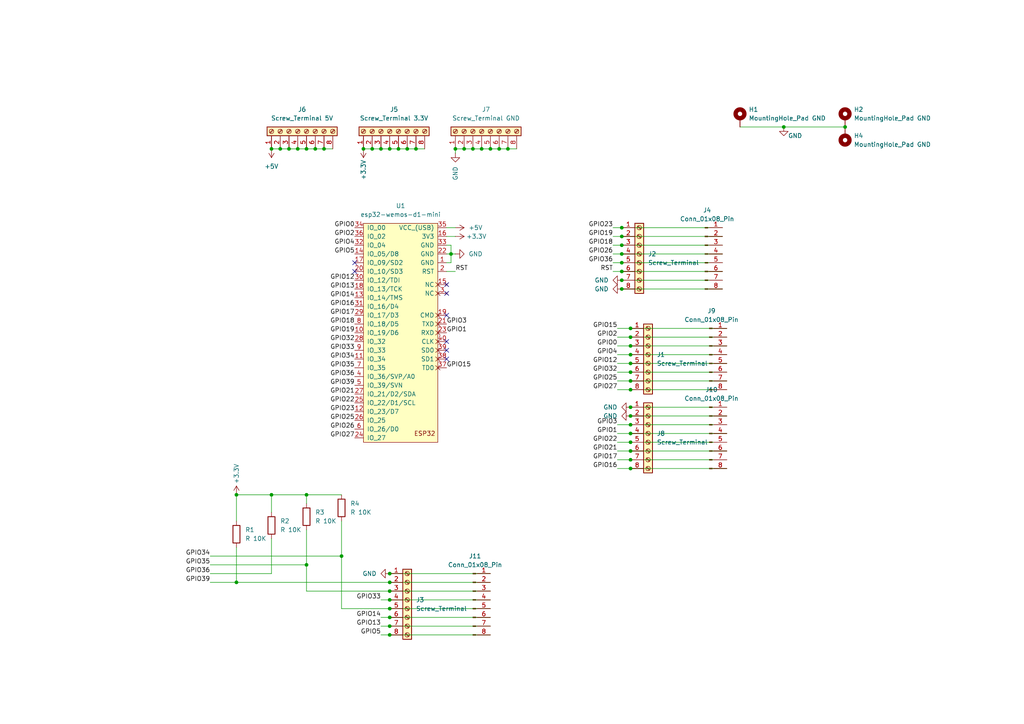
<source format=kicad_sch>
(kicad_sch (version 20250114) (generator "eeschema") (generator_version "9.0")
  (paper "A4")
  (title_block (title "ESP32-Breakout") (date "2025-11-14") (rev "V2") (company "Teknikens Hus"))
  (lib_symbols
    (symbol "Connector:Conn_01x08_Pin" (pin_names (offset 1.016) (hide yes))
      (property "Reference" "J" (at 0 10.16 0))
      (property "Value" "Conn_01x08_Pin" (at 0 -12.7 0))
      (symbol "Conn_01x08_Pin_1_1"
        (rectangle (start 0.8636 7.747) (end 0 7.493) (stroke (width 0.1524)) (fill (type outline)))
        (rectangle (start 0.8636 5.207) (end 0 4.953) (stroke (width 0.1524)) (fill (type outline)))
        (rectangle (start 0.8636 2.667) (end 0 2.413) (stroke (width 0.1524)) (fill (type outline)))
        (rectangle (start 0.8636 0.127) (end 0 -0.127) (stroke (width 0.1524)) (fill (type outline)))
        (rectangle (start 0.8636 -2.413) (end 0 -2.667) (stroke (width 0.1524)) (fill (type outline)))
        (rectangle (start 0.8636 -4.953) (end 0 -5.207) (stroke (width 0.1524)) (fill (type outline)))
        (rectangle (start 0.8636 -7.493) (end 0 -7.747) (stroke (width 0.1524)) (fill (type outline)))
        (rectangle (start 0.8636 -10.033) (end 0 -10.287) (stroke (width 0.1524)) (fill (type outline)))
        (polyline (pts (xy 1.27 7.62) (xy 0.8636 7.62)) (stroke (width 0.1524)))
        (polyline (pts (xy 1.27 5.08) (xy 0.8636 5.08)) (stroke (width 0.1524)))
        (polyline (pts (xy 1.27 2.54) (xy 0.8636 2.54)) (stroke (width 0.1524)))
        (polyline (pts (xy 1.27 0) (xy 0.8636 0)) (stroke (width 0.1524)))
        (polyline (pts (xy 1.27 -2.54) (xy 0.8636 -2.54)) (stroke (width 0.1524)))
        (polyline (pts (xy 1.27 -5.08) (xy 0.8636 -5.08)) (stroke (width 0.1524)))
        (polyline (pts (xy 1.27 -7.62) (xy 0.8636 -7.62)) (stroke (width 0.1524)))
        (polyline (pts (xy 1.27 -10.16) (xy 0.8636 -10.16)) (stroke (width 0.1524)))
        (pin passive line (at 5.08 7.62 180) (length 3.81) (name "Pin_1") (number "1"))
        (pin passive line (at 5.08 5.08 180) (length 3.81) (name "Pin_2") (number "2"))
        (pin passive line (at 5.08 2.54 180) (length 3.81) (name "Pin_3") (number "3"))
        (pin passive line (at 5.08 0 180) (length 3.81) (name "Pin_4") (number "4"))
        (pin passive line (at 5.08 -2.54 180) (length 3.81) (name "Pin_5") (number "5"))
        (pin passive line (at 5.08 -5.08 180) (length 3.81) (name "Pin_6") (number "6"))
        (pin passive line (at 5.08 -7.62 180) (length 3.81) (name "Pin_7") (number "7"))
        (pin passive line (at 5.08 -10.16 180) (length 3.81) (name "Pin_8") (number "8"))
      )
    )
    (symbol "Connector:Screw_Terminal_01x08" (pin_names (offset 1.016) (hide yes))
      (property "Reference" "J" (at 0 10.16 0))
      (property "Value" "Screw_Terminal_01x08" (at 0 -12.7 0))
      (symbol "Screw_Terminal_01x08_1_1"
        (rectangle (start -1.27 8.89) (end 1.27 -11.43) (stroke (width 0.254)) (fill (type background)))
        (polyline (pts (xy -0.5334 7.9502) (xy 0.3302 7.112)) (stroke (width 0.1524)))
        (polyline (pts (xy -0.5334 5.4102) (xy 0.3302 4.572)) (stroke (width 0.1524)))
        (polyline (pts (xy -0.5334 2.8702) (xy 0.3302 2.032)) (stroke (width 0.1524)))
        (polyline (pts (xy -0.5334 0.3302) (xy 0.3302 -0.508)) (stroke (width 0.1524)))
        (polyline (pts (xy -0.5334 -2.2098) (xy 0.3302 -3.048)) (stroke (width 0.1524)))
        (polyline (pts (xy -0.5334 -4.7498) (xy 0.3302 -5.588)) (stroke (width 0.1524)))
        (polyline (pts (xy -0.5334 -7.2898) (xy 0.3302 -8.128)) (stroke (width 0.1524)))
        (polyline (pts (xy -0.5334 -9.8298) (xy 0.3302 -10.668)) (stroke (width 0.1524)))
        (polyline (pts (xy -0.3556 8.128) (xy 0.508 7.2898)) (stroke (width 0.1524)))
        (polyline (pts (xy -0.3556 5.588) (xy 0.508 4.7498)) (stroke (width 0.1524)))
        (polyline (pts (xy -0.3556 3.048) (xy 0.508 2.2098)) (stroke (width 0.1524)))
        (polyline (pts (xy -0.3556 0.508) (xy 0.508 -0.3302)) (stroke (width 0.1524)))
        (polyline (pts (xy -0.3556 -2.032) (xy 0.508 -2.8702)) (stroke (width 0.1524)))
        (polyline (pts (xy -0.3556 -4.572) (xy 0.508 -5.4102)) (stroke (width 0.1524)))
        (polyline (pts (xy -0.3556 -7.112) (xy 0.508 -7.9502)) (stroke (width 0.1524)))
        (polyline (pts (xy -0.3556 -9.652) (xy 0.508 -10.4902)) (stroke (width 0.1524)))
        (circle (center 0 7.62) (radius 0.635) (stroke (width 0.1524)))
        (circle (center 0 5.08) (radius 0.635) (stroke (width 0.1524)))
        (circle (center 0 2.54) (radius 0.635) (stroke (width 0.1524)))
        (circle (center 0 0) (radius 0.635) (stroke (width 0.1524)))
        (circle (center 0 -2.54) (radius 0.635) (stroke (width 0.1524)))
        (circle (center 0 -5.08) (radius 0.635) (stroke (width 0.1524)))
        (circle (center 0 -7.62) (radius 0.635) (stroke (width 0.1524)))
        (circle (center 0 -10.16) (radius 0.635) (stroke (width 0.1524)))
        (pin passive line (at -5.08 7.62 0) (length 3.81) (name "Pin_1") (number "1"))
        (pin passive line (at -5.08 5.08 0) (length 3.81) (name "Pin_2") (number "2"))
        (pin passive line (at -5.08 2.54 0) (length 3.81) (name "Pin_3") (number "3"))
        (pin passive line (at -5.08 0 0) (length 3.81) (name "Pin_4") (number "4"))
        (pin passive line (at -5.08 -2.54 0) (length 3.81) (name "Pin_5") (number "5"))
        (pin passive line (at -5.08 -5.08 0) (length 3.81) (name "Pin_6") (number "6"))
        (pin passive line (at -5.08 -7.62 0) (length 3.81) (name "Pin_7") (number "7"))
        (pin passive line (at -5.08 -10.16 0) (length 3.81) (name "Pin_8") (number "8"))
      )
    )
    (symbol "Device:R" (pin_numbers (hide yes)) (pin_names (offset 0))
      (property "Reference" "R" (at 2.032 0 90))
      (property "Value" "R" (at 0 0 90))
      (symbol "R_0_1"
        (rectangle (start -1.016 -2.54) (end 1.016 2.54) (stroke (width 0.254)))
      )
      (symbol "R_1_1"
        (pin passive line (at 0 3.81 270) (length 1.27) (name "~") (number "1"))
        (pin passive line (at 0 -3.81 90) (length 1.27) (name "~") (number "2"))
      )
    )
    (symbol "ESP32 D1-Mini:esp32-wemos-d1-mini" (pin_names (offset 1.016))
      (property "Reference" "U" (at -7.62 -50.8 0))
      (property "Value" "esp32-wemos-d1-mini" (at 5.08 -59.69 0))
      (symbol "esp32-wemos-d1-mini_0_0"
        (text "ESP32" (at 7.62 -62.23 0) (effects (font (size 1.27 1.27))))
        (pin bidirectional line (at -12.7 -45.72 0) (length 2.54) (name "IO_36/SVP/A0") (number "4"))
        (pin bidirectional line (at -12.7 -48.26 0) (length 2.54) (name "IO_39/SVN") (number "5"))
        (pin power_in line (at 13.97 -12.7 180) (length 2.54) (name "GND") (number "1"))
        (pin input line (at 13.97 -15.24 180) (length 2.54) (name "RST") (number "2"))
        (pin no_connect non_logic (at 13.97 -21.59 180) (length 2.54) (name "NC") (number "3"))
      )
      (symbol "esp32-wemos-d1-mini_0_1"
        (rectangle (start -10.16 -1.27) (end 11.43 -64.77) (fill (type background)))
      )
      (symbol "esp32-wemos-d1-mini_1_1"
        (pin bidirectional line (at -12.7 -2.54 0) (length 2.54) (name "IO_00") (number "34"))
        (pin bidirectional line (at -12.7 -5.08 0) (length 2.54) (name "IO_02") (number "36"))
        (pin bidirectional line (at -12.7 -7.62 0) (length 2.54) (name "IO_04") (number "32"))
        (pin bidirectional line (at -12.7 -10.16 0) (length 2.54) (name "IO_05/D8") (number "14"))
        (pin bidirectional line (at -12.7 -12.7 0) (length 2.54) (name "IO_09/SD2") (number "17"))
        (pin bidirectional line (at -12.7 -15.24 0) (length 2.54) (name "IO_10/SD3") (number "20"))
        (pin bidirectional line (at -12.7 -17.78 0) (length 2.54) (name "IO_12/TDI") (number "30"))
        (pin bidirectional line (at -12.7 -20.32 0) (length 2.54) (name "IO_13/TCK") (number "18"))
        (pin bidirectional line (at -12.7 -22.86 0) (length 2.54) (name "IO_14/TMS") (number "13"))
        (pin bidirectional line (at -12.7 -25.4 0) (length 2.54) (name "IO_16/D4") (number "31"))
        (pin bidirectional line (at -12.7 -27.94 0) (length 2.54) (name "IO_17/D3") (number "29"))
        (pin bidirectional line (at -12.7 -30.48 0) (length 2.54) (name "IO_18/D5") (number "8"))
        (pin bidirectional line (at -12.7 -33.02 0) (length 2.54) (name "IO_19/D6") (number "10"))
        (pin bidirectional line (at -12.7 -35.56 0) (length 2.54) (name "IO_32") (number "28"))
        (pin bidirectional line (at -12.7 -38.1 0) (length 2.54) (name "IO_33") (number "9"))
        (pin bidirectional line (at -12.7 -40.64 0) (length 2.54) (name "IO_34") (number "11"))
        (pin bidirectional line (at -12.7 -43.18 0) (length 2.54) (name "IO_35") (number "7"))
        (pin bidirectional line (at -12.7 -50.8 0) (length 2.54) (name "IO_21/D2/SDA") (number "27"))
        (pin bidirectional line (at -12.7 -53.34 0) (length 2.54) (name "IO_22/D1/SCL") (number "25"))
        (pin bidirectional line (at -12.7 -55.88 0) (length 2.54) (name "IO_23/D7") (number "12"))
        (pin bidirectional line (at -12.7 -58.42 0) (length 2.54) (name "IO_25") (number "26"))
        (pin bidirectional line (at -12.7 -60.96 0) (length 2.54) (name "IO_26/D0") (number "6"))
        (pin bidirectional line (at -12.7 -63.5 0) (length 2.54) (name "IO_27") (number "24"))
        (pin power_in line (at 13.97 -2.54 180) (length 2.54) (name "VCC_(USB)") (number "35"))
        (pin power_in line (at 13.97 -5.08 180) (length 2.54) (name "3V3") (number "16"))
        (pin power_in line (at 13.97 -7.62 180) (length 2.54) (name "GND") (number "33"))
        (pin power_in line (at 13.97 -10.16 180) (length 2.54) (name "GND") (number "22"))
        (pin no_connect non_logic (at 13.97 -19.05 180) (length 2.54) (name "NC") (number "15"))
        (pin passive non_logic (at 13.97 -27.94 180) (length 2.54) (name "CMD") (number "19"))
        (pin passive non_logic (at 13.97 -30.48 180) (length 2.54) (name "TXD") (number "21"))
        (pin passive non_logic (at 13.97 -33.02 180) (length 2.54) (name "RXD") (number "23"))
        (pin passive non_logic (at 13.97 -35.56 180) (length 2.54) (name "CLK") (number "40"))
        (pin passive non_logic (at 13.97 -38.1 180) (length 2.54) (name "SD0") (number "39"))
        (pin passive non_logic (at 13.97 -40.64 180) (length 2.54) (name "SD1") (number "38"))
        (pin passive non_logic (at 13.97 -43.18 180) (length 2.54) (name "TD0") (number "37"))
      )
    )
    (symbol "Mechanical:MountingHole_Pad" (pin_numbers (hide yes)) (pin_names (offset 1.016) (hide yes)) (in_bom no)
      (property "Reference" "H" (at 0 6.35 0))
      (property "Value" "MountingHole_Pad" (at 0 4.445 0))
      (symbol "MountingHole_Pad_0_1"
        (circle (center 0 1.27) (radius 1.27) (stroke (width 1.27)))
      )
      (symbol "MountingHole_Pad_1_1"
        (pin input line (at 0 -2.54 90) (length 2.54) (name "1") (number "1"))
      )
    )
    (symbol "power:+3.3V" (power) (pin_numbers (hide yes)) (pin_names (offset 0) (hide yes))
      (property "Value" "+3.3V" (at 0 3.556 0))
      (symbol "+3.3V_0_1"
        (polyline (pts (xy -0.762 1.27) (xy 0 2.54)))
        (polyline (pts (xy 0 2.54) (xy 0.762 1.27)))
        (polyline (pts (xy 0 0) (xy 0 2.54)))
      )
      (symbol "+3.3V_1_1"
        (pin power_in line (at 0 0 90) (length 0) (name "~") (number "1"))
      )
    )
    (symbol "power:+5V" (power) (pin_numbers (hide yes)) (pin_names (offset 0) (hide yes))
      (property "Value" "+5V" (at 0 3.556 0))
      (symbol "+5V_0_1"
        (polyline (pts (xy -0.762 1.27) (xy 0 2.54)))
        (polyline (pts (xy 0 2.54) (xy 0.762 1.27)))
        (polyline (pts (xy 0 0) (xy 0 2.54)))
      )
      (symbol "+5V_1_1"
        (pin power_in line (at 0 0 90) (length 0) (name "~") (number "1"))
      )
    )
    (symbol "power:GND" (power) (pin_numbers (hide yes)) (pin_names (offset 0) (hide yes))
      (property "Value" "GND" (at 0 -3.81 0))
      (symbol "GND_0_1"
        (polyline (pts (xy 0 0) (xy 0 -1.27) (xy 1.27 -1.27) (xy 0 -2.54) (xy -1.27 -1.27) (xy 0 -1.27)))
      )
      (symbol "GND_1_1"
        (pin power_in line (at 0 0 270) (length 0) (name "~") (number "1"))
      )
    )
  )
  (junction (at 182.88 95.25))
  (junction (at 130.81 73.66))
  (junction (at 83.82 43.18))
  (junction (at 88.9 43.18))
  (junction (at 182.88 123.19))
  (junction (at 132.08 43.18))
  (junction (at 182.88 107.95))
  (junction (at 78.74 143.51))
  (junction (at 134.62 43.18))
  (junction (at 180.34 81.28))
  (junction (at 182.88 105.41))
  (junction (at 120.65 43.18))
  (junction (at 113.03 171.45))
  (junction (at 180.34 78.74))
  (junction (at 144.78 43.18))
  (junction (at 180.34 73.66))
  (junction (at 182.88 113.03))
  (junction (at 113.03 168.91))
  (junction (at 182.88 130.81))
  (junction (at 245.11 36.83))
  (junction (at 182.88 110.49))
  (junction (at 110.49 43.18))
  (junction (at 182.88 120.65))
  (junction (at 118.11 43.18))
  (junction (at 115.57 43.18))
  (junction (at 137.16 43.18))
  (junction (at 227.33 36.83))
  (junction (at 68.58 143.51))
  (junction (at 113.03 176.53))
  (junction (at 113.03 181.61))
  (junction (at 68.58 168.91))
  (junction (at 91.44 43.18))
  (junction (at 182.88 128.27))
  (junction (at 182.88 102.87))
  (junction (at 139.7 43.18))
  (junction (at 142.24 43.18))
  (junction (at 86.36 43.18))
  (junction (at 88.9 163.83))
  (junction (at 180.34 76.2))
  (junction (at 182.88 135.89))
  (junction (at 88.9 143.51))
  (junction (at 113.03 179.07))
  (junction (at 180.34 71.12))
  (junction (at 113.03 173.99))
  (junction (at 113.03 43.18))
  (junction (at 182.88 100.33))
  (junction (at 180.34 68.58))
  (junction (at 182.88 97.79))
  (junction (at 81.28 43.18))
  (junction (at 107.95 43.18))
  (junction (at 180.34 83.82))
  (junction (at 93.98 43.18))
  (junction (at 182.88 125.73))
  (junction (at 105.41 43.18))
  (junction (at 180.34 66.04))
  (junction (at 147.32 43.18))
  (junction (at 78.74 43.18))
  (junction (at 99.06 161.29))
  (junction (at 182.88 118.11))
  (junction (at 182.88 133.35))
  (junction (at 113.03 184.15))
  (junction (at 113.03 166.37))
  (no_connect (at 129.54 101.6))
  (no_connect (at 129.54 104.14))
  (no_connect (at 102.87 78.74))
  (no_connect (at 102.87 76.2))
  (no_connect (at 129.54 91.44))
  (no_connect (at 129.54 82.55))
  (no_connect (at 129.54 85.09))
  (no_connect (at 129.54 99.06))
  (wire (pts (xy 182.88 130.81) (xy 210.82 130.81)))
  (wire (pts (xy 113.03 176.53) (xy 142.24 176.53)))
  (wire (pts (xy 177.8 78.74) (xy 180.34 78.74)))
  (wire (pts (xy 179.07 125.73) (xy 182.88 125.73)))
  (wire (pts (xy 179.07 133.35) (xy 182.88 133.35)))
  (wire (pts (xy 113.03 173.99) (xy 142.24 173.99)))
  (wire (pts (xy 99.06 176.53) (xy 113.03 176.53)))
  (wire (pts (xy 179.07 105.41) (xy 182.88 105.41)))
  (wire (pts (xy 180.34 66.04) (xy 209.55 66.04)))
  (wire (pts (xy 179.07 107.95) (xy 182.88 107.95)))
  (wire (pts (xy 81.28 43.18) (xy 83.82 43.18)))
  (wire (pts (xy 180.34 81.28) (xy 209.55 81.28)))
  (wire (pts (xy 113.03 171.45) (xy 88.9 171.45)))
  (wire (pts (xy 180.34 83.82) (xy 209.55 83.82)))
  (wire (pts (xy 83.82 43.18) (xy 86.36 43.18)))
  (wire (pts (xy 107.95 43.18) (xy 110.49 43.18)))
  (wire (pts (xy 227.33 36.83) (xy 245.11 36.83)))
  (wire (pts (xy 182.88 123.19) (xy 210.82 123.19)))
  (wire (pts (xy 88.9 143.51) (xy 99.06 143.51)))
  (wire (pts (xy 110.49 179.07) (xy 113.03 179.07)))
  (wire (pts (xy 180.34 73.66) (xy 209.55 73.66)))
  (wire (pts (xy 179.07 123.19) (xy 182.88 123.19)))
  (wire (pts (xy 179.07 102.87) (xy 182.88 102.87)))
  (wire (pts (xy 68.58 168.91) (xy 113.03 168.91)))
  (wire (pts (xy 179.07 110.49) (xy 182.88 110.49)))
  (wire (pts (xy 78.74 156.21) (xy 78.74 166.37)))
  (wire (pts (xy 182.88 105.41) (xy 210.82 105.41)))
  (wire (pts (xy 137.16 43.18) (xy 139.7 43.18)))
  (wire (pts (xy 78.74 143.51) (xy 78.74 148.59)))
  (wire (pts (xy 88.9 43.18) (xy 91.44 43.18)))
  (wire (pts (xy 129.54 76.2) (xy 130.81 76.2)))
  (wire (pts (xy 60.96 163.83) (xy 88.9 163.83)))
  (wire (pts (xy 132.08 78.74) (xy 129.54 78.74)))
  (wire (pts (xy 68.58 143.51) (xy 78.74 143.51)))
  (wire (pts (xy 182.88 128.27) (xy 210.82 128.27)))
  (wire (pts (xy 134.62 43.18) (xy 137.16 43.18)))
  (wire (pts (xy 93.98 43.18) (xy 96.52 43.18)))
  (wire (pts (xy 113.03 166.37) (xy 142.24 166.37)))
  (wire (pts (xy 179.07 135.89) (xy 182.88 135.89)))
  (wire (pts (xy 86.36 43.18) (xy 88.9 43.18)))
  (wire (pts (xy 179.07 100.33) (xy 182.88 100.33)))
  (wire (pts (xy 113.03 184.15) (xy 142.24 184.15)))
  (wire (pts (xy 130.81 71.12) (xy 130.81 73.66)))
  (wire (pts (xy 144.78 43.18) (xy 147.32 43.18)))
  (wire (pts (xy 177.8 68.58) (xy 180.34 68.58)))
  (wire (pts (xy 177.8 76.2) (xy 180.34 76.2)))
  (wire (pts (xy 88.9 153.67) (xy 88.9 163.83)))
  (wire (pts (xy 60.96 161.29) (xy 99.06 161.29)))
  (wire (pts (xy 132.08 73.66) (xy 130.81 73.66)))
  (wire (pts (xy 179.07 113.03) (xy 182.88 113.03)))
  (wire (pts (xy 78.74 43.18) (xy 81.28 43.18)))
  (wire (pts (xy 139.7 43.18) (xy 142.24 43.18)))
  (wire (pts (xy 99.06 161.29) (xy 99.06 176.53)))
  (wire (pts (xy 177.8 73.66) (xy 180.34 73.66)))
  (wire (pts (xy 179.07 128.27) (xy 182.88 128.27)))
  (wire (pts (xy 110.49 181.61) (xy 113.03 181.61)))
  (wire (pts (xy 105.41 43.18) (xy 107.95 43.18)))
  (wire (pts (xy 113.03 179.07) (xy 142.24 179.07)))
  (wire (pts (xy 180.34 71.12) (xy 209.55 71.12)))
  (wire (pts (xy 132.08 43.18) (xy 134.62 43.18)))
  (wire (pts (xy 60.96 166.37) (xy 78.74 166.37)))
  (wire (pts (xy 60.96 168.91) (xy 68.58 168.91)))
  (wire (pts (xy 180.34 68.58) (xy 209.55 68.58)))
  (wire (pts (xy 214.63 36.83) (xy 227.33 36.83)))
  (wire (pts (xy 147.32 43.18) (xy 149.86 43.18)))
  (wire (pts (xy 115.57 43.18) (xy 118.11 43.18)))
  (wire (pts (xy 182.88 100.33) (xy 210.82 100.33)))
  (wire (pts (xy 132.08 44.45) (xy 132.08 43.18)))
  (wire (pts (xy 182.88 107.95) (xy 210.82 107.95)))
  (wire (pts (xy 68.58 158.75) (xy 68.58 168.91)))
  (wire (pts (xy 182.88 95.25) (xy 210.82 95.25)))
  (wire (pts (xy 182.88 102.87) (xy 210.82 102.87)))
  (wire (pts (xy 68.58 143.51) (xy 68.58 151.13)))
  (wire (pts (xy 113.03 168.91) (xy 142.24 168.91)))
  (wire (pts (xy 179.07 130.81) (xy 182.88 130.81)))
  (wire (pts (xy 120.65 43.18) (xy 123.19 43.18)))
  (wire (pts (xy 99.06 151.13) (xy 99.06 161.29)))
  (wire (pts (xy 142.24 43.18) (xy 144.78 43.18)))
  (wire (pts (xy 182.88 120.65) (xy 210.82 120.65)))
  (wire (pts (xy 180.34 76.2) (xy 209.55 76.2)))
  (wire (pts (xy 182.88 125.73) (xy 210.82 125.73)))
  (wire (pts (xy 179.07 95.25) (xy 182.88 95.25)))
  (wire (pts (xy 130.81 73.66) (xy 129.54 73.66)))
  (wire (pts (xy 182.88 110.49) (xy 210.82 110.49)))
  (wire (pts (xy 182.88 97.79) (xy 210.82 97.79)))
  (wire (pts (xy 130.81 76.2) (xy 130.81 73.66)))
  (wire (pts (xy 110.49 43.18) (xy 113.03 43.18)))
  (wire (pts (xy 177.8 71.12) (xy 180.34 71.12)))
  (wire (pts (xy 182.88 113.03) (xy 210.82 113.03)))
  (wire (pts (xy 182.88 118.11) (xy 210.82 118.11)))
  (wire (pts (xy 110.49 173.99) (xy 113.03 173.99)))
  (wire (pts (xy 180.34 78.74) (xy 209.55 78.74)))
  (wire (pts (xy 179.07 97.79) (xy 182.88 97.79)))
  (wire (pts (xy 182.88 133.35) (xy 210.82 133.35)))
  (wire (pts (xy 88.9 171.45) (xy 88.9 163.83)))
  (wire (pts (xy 88.9 143.51) (xy 88.9 146.05)))
  (wire (pts (xy 182.88 135.89) (xy 210.82 135.89)))
  (wire (pts (xy 132.08 66.04) (xy 129.54 66.04)))
  (wire (pts (xy 78.74 143.51) (xy 88.9 143.51)))
  (wire (pts (xy 130.81 71.12) (xy 129.54 71.12)))
  (wire (pts (xy 113.03 43.18) (xy 115.57 43.18)))
  (wire (pts (xy 113.03 171.45) (xy 142.24 171.45)))
  (wire (pts (xy 177.8 66.04) (xy 180.34 66.04)))
  (wire (pts (xy 91.44 43.18) (xy 93.98 43.18)))
  (wire (pts (xy 110.49 184.15) (xy 113.03 184.15)))
  (wire (pts (xy 113.03 181.61) (xy 142.24 181.61)))
  (wire (pts (xy 132.08 68.58) (xy 129.54 68.58)))
  (wire (pts (xy 118.11 43.18) (xy 120.65 43.18)))
  (label "GPIO39" (at 102.87 111.76 180))
  (label "GPIO32" (at 179.07 107.95 180))
  (label "GPIO5" (at 110.49 184.15 180))
  (label "GPIO13" (at 102.87 83.82 180))
  (label "GPIO1" (at 129.54 96.52 0))
  (label "GPIO36" (at 177.8 76.2 180))
  (label "GPIO25" (at 102.87 121.92 180))
  (label "GPIO19" (at 102.87 96.52 180))
  (label "GPIO17" (at 179.07 133.35 180))
  (label "GPIO3" (at 129.54 93.98 0))
  (label "GPIO26" (at 102.87 124.46 180))
  (label "GPIO35" (at 102.87 106.68 180))
  (label "GPIO22" (at 179.07 128.27 180))
  (label "GPIO25" (at 179.07 110.49 180))
  (label "GPIO2" (at 102.87 68.58 180))
  (label "GPIO36" (at 60.96 166.37 180))
  (label "GPIO3" (at 179.07 123.19 180))
  (label "GPIO33" (at 102.87 101.6 180))
  (label "GPIO16" (at 102.87 88.9 180))
  (label "GPIO21" (at 179.07 130.81 180))
  (label "GPIO12" (at 102.87 81.28 180))
  (label "GPIO22" (at 102.87 116.84 180))
  (label "GPIO18" (at 177.8 71.12 180))
  (label "GPIO36" (at 102.87 109.22 180))
  (label "GPIO23" (at 177.8 66.04 180))
  (label "GPIO35" (at 60.96 163.83 180))
  (label "GPIO34" (at 60.96 161.29 180))
  (label "GPIO15" (at 129.54 106.68 0))
  (label "GPIO39" (at 60.96 168.91 180))
  (label "GPIO4" (at 102.87 71.12 180))
  (label "GPIO15" (at 179.07 95.25 180))
  (label "GPIO12" (at 179.07 105.41 180))
  (label "RST" (at 132.08 78.74 0))
  (label "GPIO14" (at 110.49 179.07 180))
  (label "GPIO16" (at 179.07 135.89 180))
  (label "GPIO23" (at 102.87 119.38 180))
  (label "GPIO21" (at 102.87 114.3 180))
  (label "GPIO34" (at 102.87 104.14 180))
  (label "GPIO17" (at 102.87 91.44 180))
  (label "GPIO18" (at 102.87 93.98 180))
  (label "GPIO33" (at 110.49 173.99 180))
  (label "GPIO1" (at 179.07 125.73 180))
  (label "GPIO5" (at 102.87 73.66 180))
  (label "RST" (at 177.8 78.74 180))
  (label "GPIO4" (at 179.07 102.87 180))
  (label "GPIO27" (at 179.07 113.03 180))
  (label "GPIO27" (at 102.87 127 180))
  (label "GPIO14" (at 102.87 86.36 180))
  (label "GPIO0" (at 102.87 66.04 180))
  (label "GPIO32" (at 102.87 99.06 180))
  (label "GPIO2" (at 179.07 97.79 180))
  (label "GPIO13" (at 110.49 181.61 180))
  (label "GPIO19" (at 177.8 68.58 180))
  (label "GPIO0" (at 179.07 100.33 180))
  (label "GPIO26" (at 177.8 73.66 180))
  (symbol (lib_id "power:GND") (at 113.03 166.37 270) (unit 1)
    (property "Reference" "#PWR04" (effects (hide yes)))
    (property "Value" "GND" (at 109.22 166.3701 90) (effects (justify right)))
    (property "Description" "Power symbol creates a global label with name \"GND\" , ground" (effects (hide yes)))
  )
  (symbol (lib_id "Connector:Conn_01x08_Pin") (at 205.74 125.73 0) (unit 1)
    (property "Reference" "J10" (at 206.375 113.03 0))
    (property "Value" "Conn_01x08_Pin" (at 206.375 115.57 0))
    (property "Footprint" "Connector_PinHeader_2.54mm:PinHeader_1x08_P2.54mm_Vertical" (effects (hide yes)))
    (property "Description" "Generic connector, single row, 01x08, script generated" (effects (hide yes)))
  )
  (symbol (lib_id "Connector:Conn_01x08_Pin") (at 204.47 73.66 0) (unit 1)
    (property "Reference" "J4" (at 205.105 60.96 0))
    (property "Value" "Conn_01x08_Pin" (at 205.105 63.5 0))
    (property "Footprint" "Connector_PinHeader_2.54mm:PinHeader_1x08_P2.54mm_Vertical" (effects (hide yes)))
    (property "Description" "Generic connector, single row, 01x08, script generated" (effects (hide yes)))
  )
  (symbol (lib_id "Mechanical:MountingHole_Pad") (at 214.63 34.29 0) (unit 1) (in_bom no)
    (property "Reference" "H1" (at 217.17 31.7499 0) (effects (justify left)))
    (property "Value" "MountingHole_Pad GND" (at 217.17 34.2899 0) (effects (justify left)))
    (property "Footprint" "MountingHole:MountingHole_3.2mm_M3_ISO7380_Pad_TopBottom" (effects (hide yes)))
    (property "Description" "Mounting Hole with connection" (effects (hide yes)))
  )
  (symbol (lib_id "Mechanical:MountingHole_Pad") (at 245.11 39.37 180) (unit 1) (in_bom no)
    (property "Reference" "H4" (at 247.65 39.3699 0) (effects (justify right)))
    (property "Value" "MountingHole_Pad GND" (at 247.65 41.9099 0) (effects (justify right)))
    (property "Footprint" "MountingHole:MountingHole_3.2mm_M3_ISO7380_Pad_TopBottom" (effects (hide yes)))
    (property "Description" "Mounting Hole with connection" (effects (hide yes)))
  )
  (symbol (lib_id "power:GND") (at 180.34 81.28 270) (unit 1)
    (property "Reference" "#PWR09" (effects (hide yes)))
    (property "Value" "GND" (at 176.53 81.2801 90) (effects (justify right)))
    (property "Description" "Power symbol creates a global label with name \"GND\" , ground" (effects (hide yes)))
  )
  (symbol (lib_id "Mechanical:MountingHole_Pad") (at 245.11 34.29 0) (unit 1) (in_bom no)
    (property "Reference" "H2" (at 247.65 31.7499 0) (effects (justify left)))
    (property "Value" "MountingHole_Pad GND" (at 247.65 34.2899 0) (effects (justify left)))
    (property "Footprint" "MountingHole:MountingHole_3.2mm_M3_ISO7380_Pad_TopBottom" (effects (hide yes)))
    (property "Description" "Mounting Hole with connection" (effects (hide yes)))
  )
  (symbol (lib_id "power:GND") (at 132.08 73.66 90) (unit 1)
    (property "Reference" "#PWR03" (effects (hide yes)))
    (property "Value" "GND" (at 135.89 73.6599 90) (effects (justify right)))
    (property "Description" "Power symbol creates a global label with name \"GND\" , ground" (effects (hide yes)))
  )
  (symbol (lib_id "power:GND") (at 180.34 83.82 270) (unit 1)
    (property "Reference" "#PWR010" (effects (hide yes)))
    (property "Value" "GND" (at 176.53 83.8201 90) (effects (justify right)))
    (property "Description" "Power symbol creates a global label with name \"GND\" , ground" (effects (hide yes)))
  )
  (symbol (lib_id "power:GND") (at 182.88 118.11 270) (unit 1)
    (property "Reference" "#PWR013" (effects (hide yes)))
    (property "Value" "GND" (at 179.07 118.1101 90) (effects (justify right)))
    (property "Description" "Power symbol creates a global label with name \"GND\" , ground" (effects (hide yes)))
  )
  (symbol (lib_id "power:GND") (at 227.33 36.83 0) (unit 1)
    (property "Reference" "#PWR011" (effects (hide yes)))
    (property "Value" "GND" (at 232.664 39.37 0) (effects (justify right)))
    (property "Description" "Power symbol creates a global label with name \"GND\" , ground" (effects (hide yes)))
  )
  (symbol (lib_id "Device:R") (at 68.58 154.94 0) (unit 1)
    (property "Reference" "R1" (at 71.12 153.6699 0) (effects (justify left)))
    (property "Value" "R 10K" (at 71.12 156.2099 0) (effects (justify left)))
    (property "Footprint" "Resistor_SMD:R_0805_2012Metric_Pad1.20x1.40mm_HandSolder" (effects (hide yes)))
    (property "Description" "Resistor" (effects (hide yes)))
  )
  (symbol (lib_id "Connector:Conn_01x08_Pin") (at 137.16 173.99 0) (unit 1)
    (property "Reference" "J11" (at 137.795 161.29 0))
    (property "Value" "Conn_01x08_Pin" (at 137.795 163.83 0))
    (property "Footprint" "Connector_PinHeader_2.54mm:PinHeader_1x08_P2.54mm_Vertical" (effects (hide yes)))
    (property "Description" "Generic connector, single row, 01x08, script generated" (effects (hide yes)))
  )
  (symbol (lib_id "power:+5V") (at 132.08 66.04 270) (unit 1)
    (property "Reference" "#PWR02" (effects (hide yes)))
    (property "Value" "+5V" (at 135.89 66.0399 90) (effects (justify left)))
    (property "Description" "Power symbol creates a global label with name \"+5V\"" (effects (hide yes)))
  )
  (symbol (lib_id "Device:R") (at 78.74 152.4 0) (unit 1)
    (property "Reference" "R2" (at 81.28 151.1299 0) (effects (justify left)))
    (property "Value" "R 10K" (at 81.28 153.6699 0) (effects (justify left)))
    (property "Footprint" "Resistor_SMD:R_0805_2012Metric_Pad1.20x1.40mm_HandSolder" (effects (hide yes)))
    (property "Description" "Resistor" (effects (hide yes)))
  )
  (symbol (lib_id "Connector:Screw_Terminal_01x08") (at 187.96 125.73 0) (unit 1)
    (property "Reference" "J8" (at 190.5 125.7299 0) (effects (justify left)))
    (property "Value" "Screw_Terminal" (at 190.5 128.2699 0) (effects (justify left)))
    (property "Footprint" "TerminalBlock:TerminalBlock_Xinya_XY308-2.54-8P_1x08_P2.54mm_Horizontal" (effects (hide yes)))
    (property "Description" "Generic screw terminal, single row, 01x08, script generated (kicad-library-utils/schlib/autogen/connector/)" (effects (hide yes)))
  )
  (symbol (lib_id "Connector:Screw_Terminal_01x08") (at 113.03 38.1 90) (unit 1)
    (property "Reference" "J5" (at 114.3 31.75 90))
    (property "Value" "Screw_Terminal 3.3V" (at 114.3 34.29 90))
    (property "Footprint" "TerminalBlock:TerminalBlock_Xinya_XY308-2.54-8P_1x08_P2.54mm_Horizontal" (effects (hide yes)))
    (property "Description" "Generic screw terminal, single row, 01x08, script generated (kicad-library-utils/schlib/autogen/connector/)" (effects (hide yes)))
  )
  (symbol (lib_id "power:+3.3V") (at 132.08 68.58 270) (unit 1)
    (property "Reference" "#PWR01" (effects (hide yes)))
    (property "Value" "+3.3V" (at 138.176 68.58 90))
    (property "Description" "Power symbol creates a global label with name \"+3.3V\"" (effects (hide yes)))
  )
  (symbol (lib_id "Connector:Screw_Terminal_01x08") (at 139.7 38.1 90) (unit 1)
    (property "Reference" "J7" (at 140.97 31.75 90))
    (property "Value" "Screw_Terminal GND" (at 140.97 34.29 90))
    (property "Footprint" "TerminalBlock:TerminalBlock_Xinya_XY308-2.54-8P_1x08_P2.54mm_Horizontal" (effects (hide yes)))
    (property "Description" "Generic screw terminal, single row, 01x08, script generated (kicad-library-utils/schlib/autogen/connector/)" (effects (hide yes)))
  )
  (symbol (lib_id "power:GND") (at 182.88 120.65 270) (unit 1)
    (property "Reference" "#PWR012" (effects (hide yes)))
    (property "Value" "GND" (at 179.07 120.6501 90) (effects (justify right)))
    (property "Description" "Power symbol creates a global label with name \"GND\" , ground" (effects (hide yes)))
  )
  (symbol (lib_id "power:+3.3V") (at 105.41 43.18 180) (unit 1)
    (property "Reference" "#PWR06" (effects (hide yes)))
    (property "Value" "+3.3V" (at 105.41 49.276 90))
    (property "Description" "Power symbol creates a global label with name \"+3.3V\"" (effects (hide yes)))
  )
  (symbol (lib_id "Device:R") (at 88.9 149.86 0) (unit 1)
    (property "Reference" "R3" (at 91.44 148.5899 0) (effects (justify left)))
    (property "Value" "R 10K" (at 91.44 151.1299 0) (effects (justify left)))
    (property "Footprint" "Resistor_SMD:R_0805_2012Metric_Pad1.20x1.40mm_HandSolder" (effects (hide yes)))
    (property "Description" "Resistor" (effects (hide yes)))
  )
  (symbol (lib_id "Connector:Screw_Terminal_01x08") (at 185.42 73.66 0) (unit 1)
    (property "Reference" "J2" (at 187.96 73.6599 0) (effects (justify left)))
    (property "Value" "Screw_Terminal" (at 187.96 76.1999 0) (effects (justify left)))
    (property "Footprint" "TerminalBlock:TerminalBlock_Xinya_XY308-2.54-8P_1x08_P2.54mm_Horizontal" (effects (hide yes)))
    (property "Description" "Generic screw terminal, single row, 01x08, script generated (kicad-library-utils/schlib/autogen/connector/)" (effects (hide yes)))
  )
  (symbol (lib_id "power:GND") (at 132.08 44.45 0) (unit 1)
    (property "Reference" "#PWR07" (effects (hide yes)))
    (property "Value" "GND" (at 132.0801 48.26 90) (effects (justify right)))
    (property "Description" "Power symbol creates a global label with name \"GND\" , ground" (effects (hide yes)))
  )
  (symbol (lib_id "power:+3.3V") (at 68.58 143.51 0) (unit 1)
    (property "Reference" "#PWR08" (effects (hide yes)))
    (property "Value" "+3.3V" (at 68.58 137.414 90))
    (property "Description" "Power symbol creates a global label with name \"+3.3V\"" (effects (hide yes)))
  )
  (symbol (lib_id "Connector:Screw_Terminal_01x08") (at 118.11 173.99 0) (unit 1)
    (property "Reference" "J3" (at 120.65 173.9899 0) (effects (justify left)))
    (property "Value" "Screw_Terminal" (at 120.65 176.5299 0) (effects (justify left)))
    (property "Footprint" "TerminalBlock:TerminalBlock_Xinya_XY308-2.54-8P_1x08_P2.54mm_Horizontal" (effects (hide yes)))
    (property "Description" "Generic screw terminal, single row, 01x08, script generated (kicad-library-utils/schlib/autogen/connector/)" (effects (hide yes)))
  )
  (symbol (lib_id "power:+5V") (at 78.74 43.18 180) (unit 1)
    (property "Reference" "#PWR05" (effects (hide yes)))
    (property "Value" "+5V" (at 78.74 48.26 0))
    (property "Description" "Power symbol creates a global label with name \"+5V\"" (effects (hide yes)))
  )
  (symbol (lib_id "Device:R") (at 99.06 147.32 0) (unit 1)
    (property "Reference" "R4" (at 101.6 146.0499 0) (effects (justify left)))
    (property "Value" "R 10K" (at 101.6 148.5899 0) (effects (justify left)))
    (property "Footprint" "Resistor_SMD:R_0805_2012Metric_Pad1.20x1.40mm_HandSolder" (effects (hide yes)))
    (property "Description" "Resistor" (effects (hide yes)))
  )
  (symbol (lib_id "Connector:Screw_Terminal_01x08") (at 86.36 38.1 90) (unit 1)
    (property "Reference" "J6" (at 87.63 31.75 90))
    (property "Value" "Screw_Terminal 5V" (at 87.63 34.29 90))
    (property "Footprint" "TerminalBlock:TerminalBlock_Xinya_XY308-2.54-8P_1x08_P2.54mm_Horizontal" (effects (hide yes)))
    (property "Description" "Generic screw terminal, single row, 01x08, script generated (kicad-library-utils/schlib/autogen/connector/)" (effects (hide yes)))
  )
  (symbol (lib_id "ESP32 D1-Mini:esp32-wemos-d1-mini") (at 115.57 63.5 0) (unit 1)
    (property "Reference" "U1" (at 116.205 59.69 0))
    (property "Value" "esp32-wemos-d1-mini" (at 116.205 62.23 0))
    (property "Footprint" "ESP32 D1 Mini:esp32-wemos-d1-mini" (effects (hide yes)))
  )
  (symbol (lib_id "Connector:Screw_Terminal_01x08") (at 187.96 102.87 0) (unit 1)
    (property "Reference" "J1" (at 190.5 102.8699 0) (effects (justify left)))
    (property "Value" "Screw_Terminal" (at 190.5 105.4099 0) (effects (justify left)))
    (property "Footprint" "TerminalBlock:TerminalBlock_Xinya_XY308-2.54-8P_1x08_P2.54mm_Horizontal" (effects (hide yes)))
    (property "Description" "Generic screw terminal, single row, 01x08, script generated (kicad-library-utils/schlib/autogen/connector/)" (effects (hide yes)))
  )
  (symbol (lib_id "Connector:Conn_01x08_Pin") (at 205.74 102.87 0) (unit 1)
    (property "Reference" "J9" (at 206.375 90.17 0))
    (property "Value" "Conn_01x08_Pin" (at 206.375 92.71 0))
    (property "Footprint" "Connector_PinHeader_2.54mm:PinHeader_1x08_P2.54mm_Vertical" (effects (hide yes)))
    (property "Description" "Generic connector, single row, 01x08, script generated" (effects (hide yes)))
  )
)
</source>
